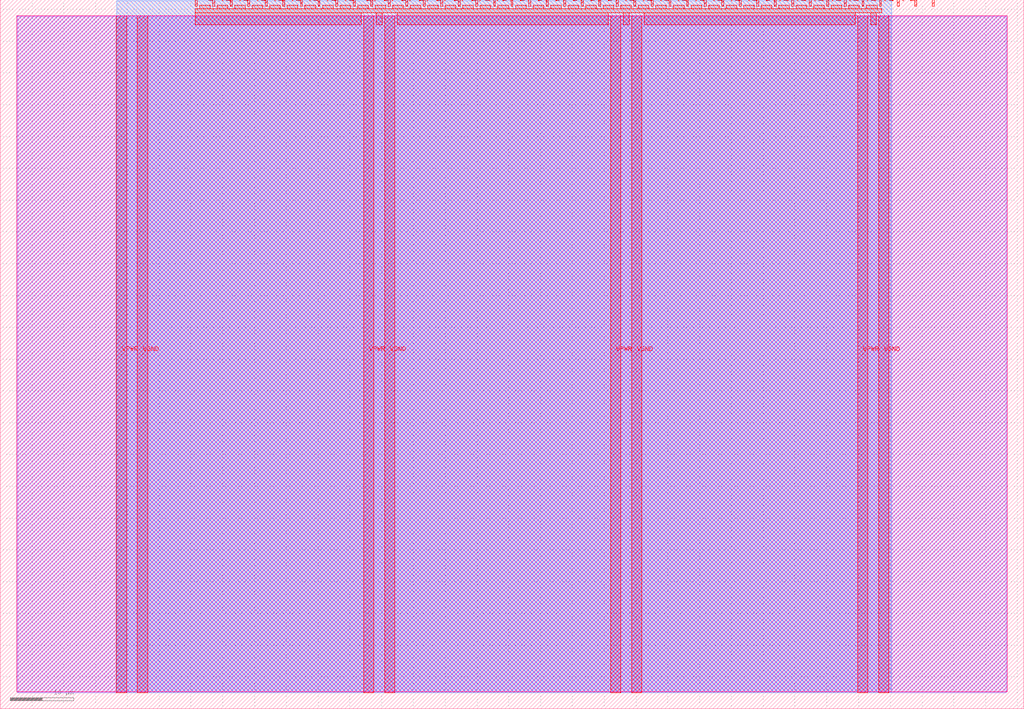
<source format=lef>
VERSION 5.7 ;
  NOWIREEXTENSIONATPIN ON ;
  DIVIDERCHAR "/" ;
  BUSBITCHARS "[]" ;
MACRO tt_um_wokwi_446364116742176769
  CLASS BLOCK ;
  FOREIGN tt_um_wokwi_446364116742176769 ;
  ORIGIN 0.000 0.000 ;
  SIZE 161.000 BY 111.520 ;
  PIN VGND
    DIRECTION INOUT ;
    USE GROUND ;
    PORT
      LAYER met4 ;
        RECT 21.580 2.480 23.180 109.040 ;
    END
    PORT
      LAYER met4 ;
        RECT 60.450 2.480 62.050 109.040 ;
    END
    PORT
      LAYER met4 ;
        RECT 99.320 2.480 100.920 109.040 ;
    END
    PORT
      LAYER met4 ;
        RECT 138.190 2.480 139.790 109.040 ;
    END
  END VGND
  PIN VPWR
    DIRECTION INOUT ;
    USE POWER ;
    PORT
      LAYER met4 ;
        RECT 18.280 2.480 19.880 109.040 ;
    END
    PORT
      LAYER met4 ;
        RECT 57.150 2.480 58.750 109.040 ;
    END
    PORT
      LAYER met4 ;
        RECT 96.020 2.480 97.620 109.040 ;
    END
    PORT
      LAYER met4 ;
        RECT 134.890 2.480 136.490 109.040 ;
    END
  END VPWR
  PIN clk
    DIRECTION INPUT ;
    USE SIGNAL ;
    PORT
      LAYER met4 ;
        RECT 143.830 110.520 144.130 111.520 ;
    END
  END clk
  PIN ena
    DIRECTION INPUT ;
    USE SIGNAL ;
    PORT
      LAYER met4 ;
        RECT 146.590 110.520 146.890 111.520 ;
    END
  END ena
  PIN rst_n
    DIRECTION INPUT ;
    USE SIGNAL ;
    PORT
      LAYER met4 ;
        RECT 141.070 110.520 141.370 111.520 ;
    END
  END rst_n
  PIN ui_in[0]
    DIRECTION INPUT ;
    USE SIGNAL ;
    ANTENNAGATEAREA 0.196500 ;
    PORT
      LAYER met4 ;
        RECT 138.310 110.520 138.610 111.520 ;
    END
  END ui_in[0]
  PIN ui_in[1]
    DIRECTION INPUT ;
    USE SIGNAL ;
    ANTENNAGATEAREA 0.196500 ;
    PORT
      LAYER met4 ;
        RECT 135.550 110.520 135.850 111.520 ;
    END
  END ui_in[1]
  PIN ui_in[2]
    DIRECTION INPUT ;
    USE SIGNAL ;
    ANTENNAGATEAREA 0.196500 ;
    PORT
      LAYER met4 ;
        RECT 132.790 110.520 133.090 111.520 ;
    END
  END ui_in[2]
  PIN ui_in[3]
    DIRECTION INPUT ;
    USE SIGNAL ;
    ANTENNAGATEAREA 0.196500 ;
    PORT
      LAYER met4 ;
        RECT 130.030 110.520 130.330 111.520 ;
    END
  END ui_in[3]
  PIN ui_in[4]
    DIRECTION INPUT ;
    USE SIGNAL ;
    PORT
      LAYER met4 ;
        RECT 127.270 110.520 127.570 111.520 ;
    END
  END ui_in[4]
  PIN ui_in[5]
    DIRECTION INPUT ;
    USE SIGNAL ;
    PORT
      LAYER met4 ;
        RECT 124.510 110.520 124.810 111.520 ;
    END
  END ui_in[5]
  PIN ui_in[6]
    DIRECTION INPUT ;
    USE SIGNAL ;
    PORT
      LAYER met4 ;
        RECT 121.750 110.520 122.050 111.520 ;
    END
  END ui_in[6]
  PIN ui_in[7]
    DIRECTION INPUT ;
    USE SIGNAL ;
    PORT
      LAYER met4 ;
        RECT 118.990 110.520 119.290 111.520 ;
    END
  END ui_in[7]
  PIN uio_in[0]
    DIRECTION INPUT ;
    USE SIGNAL ;
    PORT
      LAYER met4 ;
        RECT 116.230 110.520 116.530 111.520 ;
    END
  END uio_in[0]
  PIN uio_in[1]
    DIRECTION INPUT ;
    USE SIGNAL ;
    PORT
      LAYER met4 ;
        RECT 113.470 110.520 113.770 111.520 ;
    END
  END uio_in[1]
  PIN uio_in[2]
    DIRECTION INPUT ;
    USE SIGNAL ;
    PORT
      LAYER met4 ;
        RECT 110.710 110.520 111.010 111.520 ;
    END
  END uio_in[2]
  PIN uio_in[3]
    DIRECTION INPUT ;
    USE SIGNAL ;
    PORT
      LAYER met4 ;
        RECT 107.950 110.520 108.250 111.520 ;
    END
  END uio_in[3]
  PIN uio_in[4]
    DIRECTION INPUT ;
    USE SIGNAL ;
    PORT
      LAYER met4 ;
        RECT 105.190 110.520 105.490 111.520 ;
    END
  END uio_in[4]
  PIN uio_in[5]
    DIRECTION INPUT ;
    USE SIGNAL ;
    PORT
      LAYER met4 ;
        RECT 102.430 110.520 102.730 111.520 ;
    END
  END uio_in[5]
  PIN uio_in[6]
    DIRECTION INPUT ;
    USE SIGNAL ;
    PORT
      LAYER met4 ;
        RECT 99.670 110.520 99.970 111.520 ;
    END
  END uio_in[6]
  PIN uio_in[7]
    DIRECTION INPUT ;
    USE SIGNAL ;
    PORT
      LAYER met4 ;
        RECT 96.910 110.520 97.210 111.520 ;
    END
  END uio_in[7]
  PIN uio_oe[0]
    DIRECTION OUTPUT ;
    USE SIGNAL ;
    PORT
      LAYER met4 ;
        RECT 49.990 110.520 50.290 111.520 ;
    END
  END uio_oe[0]
  PIN uio_oe[1]
    DIRECTION OUTPUT ;
    USE SIGNAL ;
    PORT
      LAYER met4 ;
        RECT 47.230 110.520 47.530 111.520 ;
    END
  END uio_oe[1]
  PIN uio_oe[2]
    DIRECTION OUTPUT ;
    USE SIGNAL ;
    PORT
      LAYER met4 ;
        RECT 44.470 110.520 44.770 111.520 ;
    END
  END uio_oe[2]
  PIN uio_oe[3]
    DIRECTION OUTPUT ;
    USE SIGNAL ;
    PORT
      LAYER met4 ;
        RECT 41.710 110.520 42.010 111.520 ;
    END
  END uio_oe[3]
  PIN uio_oe[4]
    DIRECTION OUTPUT ;
    USE SIGNAL ;
    PORT
      LAYER met4 ;
        RECT 38.950 110.520 39.250 111.520 ;
    END
  END uio_oe[4]
  PIN uio_oe[5]
    DIRECTION OUTPUT ;
    USE SIGNAL ;
    PORT
      LAYER met4 ;
        RECT 36.190 110.520 36.490 111.520 ;
    END
  END uio_oe[5]
  PIN uio_oe[6]
    DIRECTION OUTPUT ;
    USE SIGNAL ;
    PORT
      LAYER met4 ;
        RECT 33.430 110.520 33.730 111.520 ;
    END
  END uio_oe[6]
  PIN uio_oe[7]
    DIRECTION OUTPUT ;
    USE SIGNAL ;
    PORT
      LAYER met4 ;
        RECT 30.670 110.520 30.970 111.520 ;
    END
  END uio_oe[7]
  PIN uio_out[0]
    DIRECTION OUTPUT ;
    USE SIGNAL ;
    PORT
      LAYER met4 ;
        RECT 72.070 110.520 72.370 111.520 ;
    END
  END uio_out[0]
  PIN uio_out[1]
    DIRECTION OUTPUT ;
    USE SIGNAL ;
    PORT
      LAYER met4 ;
        RECT 69.310 110.520 69.610 111.520 ;
    END
  END uio_out[1]
  PIN uio_out[2]
    DIRECTION OUTPUT ;
    USE SIGNAL ;
    PORT
      LAYER met4 ;
        RECT 66.550 110.520 66.850 111.520 ;
    END
  END uio_out[2]
  PIN uio_out[3]
    DIRECTION OUTPUT ;
    USE SIGNAL ;
    PORT
      LAYER met4 ;
        RECT 63.790 110.520 64.090 111.520 ;
    END
  END uio_out[3]
  PIN uio_out[4]
    DIRECTION OUTPUT ;
    USE SIGNAL ;
    PORT
      LAYER met4 ;
        RECT 61.030 110.520 61.330 111.520 ;
    END
  END uio_out[4]
  PIN uio_out[5]
    DIRECTION OUTPUT ;
    USE SIGNAL ;
    PORT
      LAYER met4 ;
        RECT 58.270 110.520 58.570 111.520 ;
    END
  END uio_out[5]
  PIN uio_out[6]
    DIRECTION OUTPUT ;
    USE SIGNAL ;
    PORT
      LAYER met4 ;
        RECT 55.510 110.520 55.810 111.520 ;
    END
  END uio_out[6]
  PIN uio_out[7]
    DIRECTION OUTPUT ;
    USE SIGNAL ;
    PORT
      LAYER met4 ;
        RECT 52.750 110.520 53.050 111.520 ;
    END
  END uio_out[7]
  PIN uo_out[0]
    DIRECTION OUTPUT ;
    USE SIGNAL ;
    ANTENNADIFFAREA 0.445500 ;
    PORT
      LAYER met4 ;
        RECT 94.150 110.520 94.450 111.520 ;
    END
  END uo_out[0]
  PIN uo_out[1]
    DIRECTION OUTPUT ;
    USE SIGNAL ;
    ANTENNADIFFAREA 0.445500 ;
    PORT
      LAYER met4 ;
        RECT 91.390 110.520 91.690 111.520 ;
    END
  END uo_out[1]
  PIN uo_out[2]
    DIRECTION OUTPUT ;
    USE SIGNAL ;
    ANTENNADIFFAREA 0.445500 ;
    PORT
      LAYER met4 ;
        RECT 88.630 110.520 88.930 111.520 ;
    END
  END uo_out[2]
  PIN uo_out[3]
    DIRECTION OUTPUT ;
    USE SIGNAL ;
    PORT
      LAYER met4 ;
        RECT 85.870 110.520 86.170 111.520 ;
    END
  END uo_out[3]
  PIN uo_out[4]
    DIRECTION OUTPUT ;
    USE SIGNAL ;
    PORT
      LAYER met4 ;
        RECT 83.110 110.520 83.410 111.520 ;
    END
  END uo_out[4]
  PIN uo_out[5]
    DIRECTION OUTPUT ;
    USE SIGNAL ;
    PORT
      LAYER met4 ;
        RECT 80.350 110.520 80.650 111.520 ;
    END
  END uo_out[5]
  PIN uo_out[6]
    DIRECTION OUTPUT ;
    USE SIGNAL ;
    PORT
      LAYER met4 ;
        RECT 77.590 110.520 77.890 111.520 ;
    END
  END uo_out[6]
  PIN uo_out[7]
    DIRECTION OUTPUT ;
    USE SIGNAL ;
    PORT
      LAYER met4 ;
        RECT 74.830 110.520 75.130 111.520 ;
    END
  END uo_out[7]
  OBS
      LAYER nwell ;
        RECT 2.570 2.635 158.430 108.990 ;
      LAYER li1 ;
        RECT 2.760 2.635 158.240 108.885 ;
      LAYER met1 ;
        RECT 2.760 2.480 158.240 109.040 ;
      LAYER met2 ;
        RECT 18.310 2.535 140.210 111.365 ;
      LAYER met3 ;
        RECT 18.290 2.555 140.235 111.345 ;
      LAYER met4 ;
        RECT 31.370 110.120 33.030 110.665 ;
        RECT 34.130 110.120 35.790 110.665 ;
        RECT 36.890 110.120 38.550 110.665 ;
        RECT 39.650 110.120 41.310 110.665 ;
        RECT 42.410 110.120 44.070 110.665 ;
        RECT 45.170 110.120 46.830 110.665 ;
        RECT 47.930 110.120 49.590 110.665 ;
        RECT 50.690 110.120 52.350 110.665 ;
        RECT 53.450 110.120 55.110 110.665 ;
        RECT 56.210 110.120 57.870 110.665 ;
        RECT 58.970 110.120 60.630 110.665 ;
        RECT 61.730 110.120 63.390 110.665 ;
        RECT 64.490 110.120 66.150 110.665 ;
        RECT 67.250 110.120 68.910 110.665 ;
        RECT 70.010 110.120 71.670 110.665 ;
        RECT 72.770 110.120 74.430 110.665 ;
        RECT 75.530 110.120 77.190 110.665 ;
        RECT 78.290 110.120 79.950 110.665 ;
        RECT 81.050 110.120 82.710 110.665 ;
        RECT 83.810 110.120 85.470 110.665 ;
        RECT 86.570 110.120 88.230 110.665 ;
        RECT 89.330 110.120 90.990 110.665 ;
        RECT 92.090 110.120 93.750 110.665 ;
        RECT 94.850 110.120 96.510 110.665 ;
        RECT 97.610 110.120 99.270 110.665 ;
        RECT 100.370 110.120 102.030 110.665 ;
        RECT 103.130 110.120 104.790 110.665 ;
        RECT 105.890 110.120 107.550 110.665 ;
        RECT 108.650 110.120 110.310 110.665 ;
        RECT 111.410 110.120 113.070 110.665 ;
        RECT 114.170 110.120 115.830 110.665 ;
        RECT 116.930 110.120 118.590 110.665 ;
        RECT 119.690 110.120 121.350 110.665 ;
        RECT 122.450 110.120 124.110 110.665 ;
        RECT 125.210 110.120 126.870 110.665 ;
        RECT 127.970 110.120 129.630 110.665 ;
        RECT 130.730 110.120 132.390 110.665 ;
        RECT 133.490 110.120 135.150 110.665 ;
        RECT 136.250 110.120 137.910 110.665 ;
        RECT 30.655 109.440 138.625 110.120 ;
        RECT 30.655 107.615 56.750 109.440 ;
        RECT 59.150 107.615 60.050 109.440 ;
        RECT 62.450 107.615 95.620 109.440 ;
        RECT 98.020 107.615 98.920 109.440 ;
        RECT 101.320 107.615 134.490 109.440 ;
        RECT 136.890 107.615 137.790 109.440 ;
  END
END tt_um_wokwi_446364116742176769
END LIBRARY


</source>
